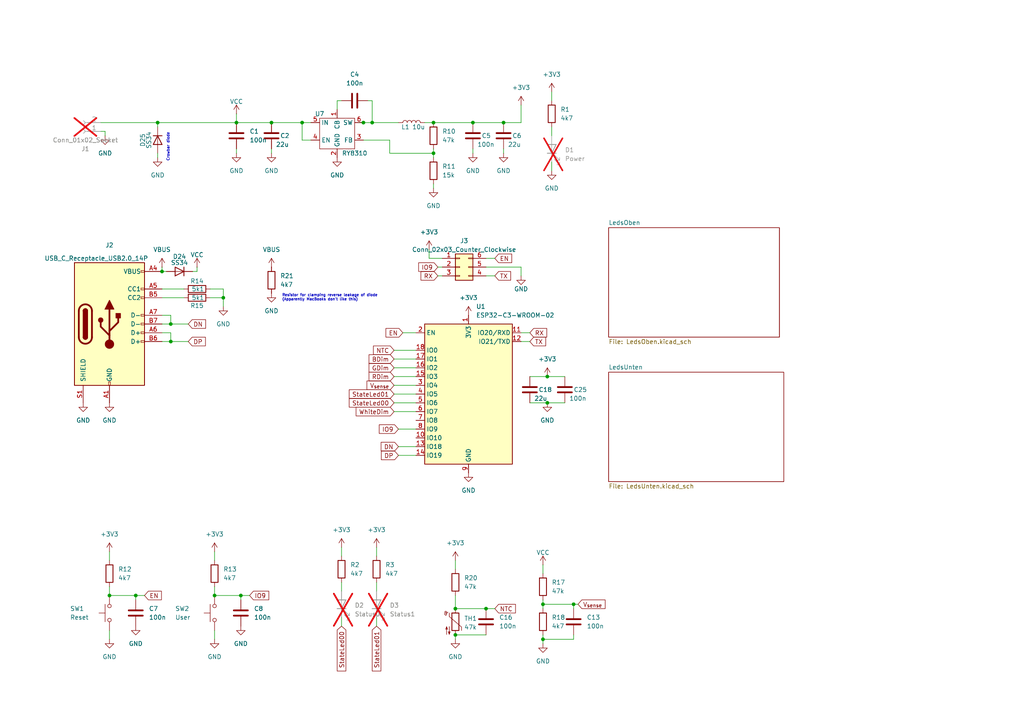
<source format=kicad_sch>
(kicad_sch (version 20231120) (generator "eeschema") (generator_version "8.0")
  (paper "A4")
  (lib_symbols
    (symbol "Connector:Conn_01x02_Socket" (pin_names (offset 1.016) hide)
      (property "Reference" "J" (at 0 2.54 0))
      (property "Value" "Conn_01x02_Socket" (at 0 -5.08 0))
      (symbol "Conn_01x02_Socket_1_1"
        (arc (start 0 -2.032) (mid -0.5058 -2.54) (end 0 -3.048) (stroke (width 0.1524)))
        (polyline (pts (xy -1.27 -2.54) (xy -0.508 -2.54)) (stroke (width 0.1524)))
        (polyline (pts (xy -1.27 0) (xy -0.508 0)) (stroke (width 0.1524)))
        (arc (start 0 0.508) (mid -0.5058 0) (end 0 -0.508) (stroke (width 0.1524)))
        (pin passive line (at -5.08 0 0) (length 3.81) (name "Pin_1") (number "1"))
        (pin passive line (at -5.08 -2.54 0) (length 3.81) (name "Pin_2") (number "2"))
      )
    )
    (symbol "Connector:USB_C_Receptacle_USB2.0_14P" (pin_names (offset 1.016))
      (property "Reference" "J" (at 0 22.225 0))
      (property "Value" "USB_C_Receptacle_USB2.0_14P" (at 0 19.685 0))
      (symbol "USB_C_Receptacle_USB2.0_14P_0_0"
        (rectangle (start -0.254 -17.78) (end 0.254 -16.764))
        (rectangle (start 10.16 -4.826) (end 9.144 -5.334))
        (rectangle (start 10.16 -2.286) (end 9.144 -2.794))
        (rectangle (start 10.16 0.254) (end 9.144 -0.254))
        (rectangle (start 10.16 2.794) (end 9.144 2.286))
        (rectangle (start 10.16 7.874) (end 9.144 7.366))
        (rectangle (start 10.16 10.414) (end 9.144 9.906))
        (rectangle (start 10.16 15.494) (end 9.144 14.986))
      )
      (symbol "USB_C_Receptacle_USB2.0_14P_0_1"
        (rectangle (start -10.16 17.78) (end 10.16 -17.78) (stroke (width 0.254)) (fill (type background)))
        (arc (start -8.89 -3.81) (mid -6.985 -5.7067) (end -5.08 -3.81) (stroke (width 0.508)))
        (arc (start -7.62 -3.81) (mid -6.985 -4.4423) (end -6.35 -3.81) (stroke (width 0.254)))
        (arc (start -7.62 -3.81) (mid -6.985 -4.4423) (end -6.35 -3.81) (stroke (width 0.254)) (fill (type outline)))
        (rectangle (start -7.62 -3.81) (end -6.35 3.81) (stroke (width 0.254)) (fill (type outline)))
        (arc (start -6.35 3.81) (mid -6.985 4.4423) (end -7.62 3.81) (stroke (width 0.254)))
        (arc (start -6.35 3.81) (mid -6.985 4.4423) (end -7.62 3.81) (stroke (width 0.254)) (fill (type outline)))
        (arc (start -5.08 3.81) (mid -6.985 5.7067) (end -8.89 3.81) (stroke (width 0.508)))
        (circle (center -2.54 1.143) (radius 0.635) (stroke (width 0.254)) (fill (type outline)))
        (circle (center 0 -5.842) (radius 1.27) (fill (type outline)))
        (polyline (pts (xy -8.89 -3.81) (xy -8.89 3.81)) (stroke (width 0.508)))
        (polyline (pts (xy -5.08 3.81) (xy -5.08 -3.81)) (stroke (width 0.508)))
        (polyline (pts (xy 0 -5.842) (xy 0 4.318)) (stroke (width 0.508)))
        (polyline (pts (xy 0 -3.302) (xy -2.54 -0.762) (xy -2.54 0.508)) (stroke (width 0.508)))
        (polyline (pts (xy 0 -2.032) (xy 2.54 0.508) (xy 2.54 1.778)) (stroke (width 0.508)))
        (polyline (pts (xy -1.27 4.318) (xy 0 6.858) (xy 1.27 4.318) (xy -1.27 4.318)) (stroke (width 0.254)) (fill (type outline)))
        (rectangle (start 1.905 1.778) (end 3.175 3.048) (stroke (width 0.254)) (fill (type outline)))
      )
      (symbol "USB_C_Receptacle_USB2.0_14P_1_1"
        (pin passive line (at 0 -22.86 90) (length 5.08) (name "GND") (number "A1"))
        (pin passive line (at 0 -22.86 90) (length 5.08) hide (name "GND") (number "A12"))
        (pin passive line (at 15.24 15.24 180) (length 5.08) (name "VBUS") (number "A4"))
        (pin bidirectional line (at 15.24 10.16 180) (length 5.08) (name "CC1") (number "A5"))
        (pin bidirectional line (at 15.24 -2.54 180) (length 5.08) (name "D+") (number "A6"))
        (pin bidirectional line (at 15.24 2.54 180) (length 5.08) (name "D-") (number "A7"))
        (pin passive line (at 15.24 15.24 180) (length 5.08) hide (name "VBUS") (number "A9"))
        (pin passive line (at 0 -22.86 90) (length 5.08) hide (name "GND") (number "B1"))
        (pin passive line (at 0 -22.86 90) (length 5.08) hide (name "GND") (number "B12"))
        (pin passive line (at 15.24 15.24 180) (length 5.08) hide (name "VBUS") (number "B4"))
        (pin bidirectional line (at 15.24 7.62 180) (length 5.08) (name "CC2") (number "B5"))
        (pin bidirectional line (at 15.24 -5.08 180) (length 5.08) (name "D+") (number "B6"))
        (pin bidirectional line (at 15.24 0 180) (length 5.08) (name "D-") (number "B7"))
        (pin passive line (at 15.24 15.24 180) (length 5.08) hide (name "VBUS") (number "B9"))
        (pin passive line (at -7.62 -22.86 90) (length 5.08) (name "SHIELD") (number "S1"))
      )
    )
    (symbol "Connector_Generic:Conn_02x03_Counter_Clockwise" (pin_names (offset 1.016) hide)
      (property "Reference" "J" (at 1.27 5.08 0))
      (property "Value" "Conn_02x03_Counter_Clockwise" (at 1.27 -5.08 0))
      (symbol "Conn_02x03_Counter_Clockwise_1_1"
        (rectangle (start -1.27 -2.413) (end 0 -2.667) (stroke (width 0.1524)))
        (rectangle (start -1.27 0.127) (end 0 -0.127) (stroke (width 0.1524)))
        (rectangle (start -1.27 2.667) (end 0 2.413) (stroke (width 0.1524)))
        (rectangle (start -1.27 3.81) (end 3.81 -3.81) (stroke (width 0.254)) (fill (type background)))
        (rectangle (start 3.81 -2.413) (end 2.54 -2.667) (stroke (width 0.1524)))
        (rectangle (start 3.81 0.127) (end 2.54 -0.127) (stroke (width 0.1524)))
        (rectangle (start 3.81 2.667) (end 2.54 2.413) (stroke (width 0.1524)))
        (pin passive line (at -5.08 2.54 0) (length 3.81) (name "Pin_1") (number "1"))
        (pin passive line (at -5.08 0 0) (length 3.81) (name "Pin_2") (number "2"))
        (pin passive line (at -5.08 -2.54 0) (length 3.81) (name "Pin_3") (number "3"))
        (pin passive line (at 7.62 -2.54 180) (length 3.81) (name "Pin_4") (number "4"))
        (pin passive line (at 7.62 0 180) (length 3.81) (name "Pin_5") (number "5"))
        (pin passive line (at 7.62 2.54 180) (length 3.81) (name "Pin_6") (number "6"))
      )
    )
    (symbol "Device:C" (pin_numbers hide) (pin_names (offset 0.254))
      (property "Reference" "C" (at 0.635 2.54 0))
      (property "Value" "C" (at 0.635 -2.54 0))
      (symbol "C_0_1"
        (polyline (pts (xy -2.032 -0.762) (xy 2.032 -0.762)) (stroke (width 0.508)))
        (polyline (pts (xy -2.032 0.762) (xy 2.032 0.762)) (stroke (width 0.508)))
      )
      (symbol "C_1_1"
        (pin passive line (at 0 3.81 270) (length 2.794) (name "~") (number "1"))
        (pin passive line (at 0 -3.81 90) (length 2.794) (name "~") (number "2"))
      )
    )
    (symbol "Device:D" (pin_numbers hide) (pin_names (offset 1.016) hide)
      (property "Reference" "D" (at 0 2.54 0))
      (property "Value" "D" (at 0 -2.54 0))
      (symbol "D_0_1"
        (polyline (pts (xy -1.27 1.27) (xy -1.27 -1.27)) (stroke (width 0.254)))
        (polyline (pts (xy 1.27 0) (xy -1.27 0)))
        (polyline (pts (xy 1.27 1.27) (xy 1.27 -1.27) (xy -1.27 0) (xy 1.27 1.27)) (stroke (width 0.254)))
      )
      (symbol "D_1_1"
        (pin passive line (at -3.81 0 0) (length 2.54) (name "K") (number "1"))
        (pin passive line (at 3.81 0 180) (length 2.54) (name "A") (number "2"))
      )
    )
    (symbol "Device:L" (pin_numbers hide) (pin_names (offset 1.016) hide)
      (property "Reference" "L" (at -1.27 0 90))
      (property "Value" "L" (at 1.905 0 90))
      (symbol "L_0_1"
        (arc (start 0 -2.54) (mid 0.6323 -1.905) (end 0 -1.27))
        (arc (start 0 -1.27) (mid 0.6323 -0.635) (end 0 0))
        (arc (start 0 0) (mid 0.6323 0.635) (end 0 1.27))
        (arc (start 0 1.27) (mid 0.6323 1.905) (end 0 2.54))
      )
      (symbol "L_1_1"
        (pin passive line (at 0 3.81 270) (length 1.27) (name "1") (number "1"))
        (pin passive line (at 0 -3.81 90) (length 1.27) (name "2") (number "2"))
      )
    )
    (symbol "Device:LED" (pin_numbers hide) (pin_names (offset 1.016) hide)
      (property "Reference" "D" (at 0 2.54 0))
      (property "Value" "LED" (at 0 -2.54 0))
      (symbol "LED_0_1"
        (polyline (pts (xy -1.27 -1.27) (xy -1.27 1.27)) (stroke (width 0.254)))
        (polyline (pts (xy -1.27 0) (xy 1.27 0)))
        (polyline (pts (xy 1.27 -1.27) (xy 1.27 1.27) (xy -1.27 0) (xy 1.27 -1.27)) (stroke (width 0.254)))
        (polyline (pts (xy -3.048 -0.762) (xy -4.572 -2.286) (xy -3.81 -2.286) (xy -4.572 -2.286) (xy -4.572 -1.524)))
        (polyline (pts (xy -1.778 -0.762) (xy -3.302 -2.286) (xy -2.54 -2.286) (xy -3.302 -2.286) (xy -3.302 -1.524)))
      )
      (symbol "LED_1_1"
        (pin passive line (at -3.81 0 0) (length 2.54) (name "K") (number "1"))
        (pin passive line (at 3.81 0 180) (length 2.54) (name "A") (number "2"))
      )
    )
    (symbol "Device:R" (pin_numbers hide) (pin_names (offset 0))
      (property "Reference" "R" (at 2.032 0 90))
      (property "Value" "R" (at 0 0 90))
      (symbol "R_0_1"
        (rectangle (start -1.016 -2.54) (end 1.016 2.54) (stroke (width 0.254)))
      )
      (symbol "R_1_1"
        (pin passive line (at 0 3.81 270) (length 1.27) (name "~") (number "1"))
        (pin passive line (at 0 -3.81 90) (length 1.27) (name "~") (number "2"))
      )
    )
    (symbol "Device:Thermistor_NTC" (pin_numbers hide) (pin_names (offset 0))
      (property "Reference" "TH" (at -4.445 0 90))
      (property "Value" "Thermistor_NTC" (at 3.175 0 90))
      (symbol "Thermistor_NTC_0_1"
        (arc (start -3.048 2.159) (mid -3.0495 2.3143) (end -3.175 2.413))
        (arc (start -3.048 2.159) (mid -2.9736 1.9794) (end -2.794 1.905))
        (arc (start -3.048 2.794) (mid -2.9736 2.6144) (end -2.794 2.54))
        (arc (start -2.794 1.905) (mid -2.6144 1.9794) (end -2.54 2.159))
        (arc (start -2.794 2.54) (mid -2.4393 2.5587) (end -2.159 2.794))
        (arc (start -2.794 3.048) (mid -2.9736 2.9736) (end -3.048 2.794))
        (arc (start -2.54 2.794) (mid -2.6144 2.9736) (end -2.794 3.048))
        (rectangle (start -1.016 2.54) (end 1.016 -2.54) (stroke (width 0.254)))
        (polyline (pts (xy -2.54 2.159) (xy -2.54 2.794)))
        (polyline (pts (xy -1.778 2.54) (xy -1.778 1.524) (xy 1.778 -1.524) (xy 1.778 -2.54)))
        (polyline (pts (xy -2.54 -3.683) (xy -2.54 -1.397) (xy -2.794 -2.159) (xy -2.286 -2.159) (xy -2.54 -1.397) (xy -2.54 -1.651)) (fill (type outline)))
        (polyline (pts (xy -1.778 -1.397) (xy -1.778 -3.683) (xy -2.032 -2.921) (xy -1.524 -2.921) (xy -1.778 -3.683) (xy -1.778 -3.429)) (fill (type outline)))
      )
      (symbol "Thermistor_NTC_1_1"
        (pin passive line (at 0 3.81 270) (length 1.27) (name "~") (number "1"))
        (pin passive line (at 0 -3.81 90) (length 1.27) (name "~") (number "2"))
      )
    )
    (symbol "Mechanical:MountingHole" (pin_names (offset 1.016)) (exclude_from_sim yes) (in_bom no)
      (property "Reference" "H" (at 0 5.08 0))
      (property "Value" "MountingHole" (at 0 3.175 0))
      (symbol "MountingHole_0_1"
        (circle (center 0 0) (radius 1.27) (stroke (width 1.27)))
      )
    )
    (symbol "RF_Module:ESP32-C3-WROOM-02"
      (property "Reference" "U" (at -12.192 21.336 0))
      (property "Value" "ESP32-C3-WROOM-02" (at 12.192 21.336 0))
      (symbol "ESP32-C3-WROOM-02_1_1"
        (rectangle (start -12.7 20.32) (end 12.7 -20.32) (stroke (width 0.254)) (fill (type background)))
        (pin power_in line (at 0 22.86 270) (length 2.54) (name "3V3") (number "1"))
        (pin bidirectional line (at -15.24 -12.7 0) (length 2.54) (name "IO10") (number "10"))
        (pin bidirectional line (at 15.24 17.78 180) (length 2.54) (name "IO20/RXD") (number "11"))
        (pin bidirectional line (at 15.24 15.24 180) (length 2.54) (name "IO21/TXD") (number "12"))
        (pin bidirectional line (at -15.24 -15.24 0) (length 2.54) (name "IO18") (number "13"))
        (pin bidirectional line (at -15.24 -17.78 0) (length 2.54) (name "IO19") (number "14"))
        (pin bidirectional line (at -15.24 5.08 0) (length 2.54) (name "IO3") (number "15"))
        (pin bidirectional line (at -15.24 7.62 0) (length 2.54) (name "IO2") (number "16"))
        (pin bidirectional line (at -15.24 10.16 0) (length 2.54) (name "IO1") (number "17"))
        (pin bidirectional line (at -15.24 12.7 0) (length 2.54) (name "IO0") (number "18"))
        (pin passive line (at 0 -22.86 90) (length 2.54) hide (name "GND") (number "19"))
        (pin input line (at -15.24 17.78 0) (length 2.54) (name "EN") (number "2"))
        (pin bidirectional line (at -15.24 2.54 0) (length 2.54) (name "IO4") (number "3"))
        (pin bidirectional line (at -15.24 0 0) (length 2.54) (name "IO5") (number "4"))
        (pin bidirectional line (at -15.24 -2.54 0) (length 2.54) (name "IO6") (number "5"))
        (pin bidirectional line (at -15.24 -5.08 0) (length 2.54) (name "IO7") (number "6"))
        (pin bidirectional line (at -15.24 -7.62 0) (length 2.54) (name "IO8") (number "7"))
        (pin bidirectional line (at -15.24 -10.16 0) (length 2.54) (name "IO9") (number "8"))
        (pin power_in line (at 0 -22.86 90) (length 2.54) (name "GND") (number "9"))
      )
    )
    (symbol "Switch:SW_Push" (pin_numbers hide) (pin_names (offset 1.016) hide)
      (property "Reference" "SW" (at 1.27 2.54 0))
      (property "Value" "SW_Push" (at 0 -1.524 0))
      (symbol "SW_Push_0_1"
        (circle (center -2.032 0) (radius 0.508))
        (polyline (pts (xy 0 1.27) (xy 0 3.048)))
        (polyline (pts (xy 2.54 1.27) (xy -2.54 1.27)))
        (circle (center 2.032 0) (radius 0.508))
        (pin passive line (at -5.08 0 0) (length 2.54) (name "1") (number "1"))
        (pin passive line (at 5.08 0 180) (length 2.54) (name "2") (number "2"))
      )
    )
    (symbol "Techbeard:RY8310"
      (property "Reference" "IC" (at -5.08 6.35 0))
      (property "Value" "RY8310" (at 5.08 6.35 0))
      (symbol "RY8310_0_1"
        (rectangle (start -5.08 5.08) (end 5.08 -3.81))
      )
      (symbol "RY8310_1_1"
        (pin input line (at 0 7.62 270) (length 2.54) (name "CB") (number "1"))
        (pin input line (at 0 -6.35 90) (length 2.54) (name "GND") (number "2"))
        (pin input line (at 7.62 -1.27 180) (length 2.54) (name "FB") (number "3"))
        (pin input line (at -7.62 -1.27 0) (length 2.54) (name "EN") (number "4"))
        (pin input line (at -7.62 3.81 0) (length 2.54) (name "IN") (number "5"))
        (pin input line (at 7.62 3.81 180) (length 2.54) (name "SW") (number "6"))
      )
    )
    (symbol "VCC_1" (power) (pin_numbers hide) (pin_names (offset 0) hide)
      (property "Value" "VCC" (at 0 3.556 0))
      (symbol "VCC_1_0_1"
        (polyline (pts (xy -0.762 1.27) (xy 0 2.54)))
        (polyline (pts (xy 0 0) (xy 0 2.54)))
        (polyline (pts (xy 0 2.54) (xy 0.762 1.27)))
      )
      (symbol "VCC_1_1_1"
        (pin power_in line (at 0 0 90) (length 0) (name "~") (number "1"))
      )
    )
    (symbol "power:+3.3V" (power) (pin_names (offset 0))
      (property "Value" "+3.3V" (at 0 3.556 0))
      (symbol "+3.3V_0_1"
        (polyline (pts (xy -0.762 1.27) (xy 0 2.54)))
        (polyline (pts (xy 0 0) (xy 0 2.54)))
        (polyline (pts (xy 0 2.54) (xy 0.762 1.27)))
      )
      (symbol "+3.3V_1_1"
        (pin power_in line (at 0 0 90) (length 0) hide (name "+3V3") (number "1"))
      )
    )
    (symbol "power:+3V3" (power) (pin_names (offset 0))
      (property "Value" "+3V3" (at 0 3.556 0))
      (symbol "+3V3_0_1"
        (polyline (pts (xy -0.762 1.27) (xy 0 2.54)))
        (polyline (pts (xy 0 0) (xy 0 2.54)))
        (polyline (pts (xy 0 2.54) (xy 0.762 1.27)))
      )
      (symbol "+3V3_1_1"
        (pin power_in line (at 0 0 90) (length 0) hide (name "+3V3") (number "1"))
      )
    )
    (symbol "power:GND" (power) (pin_names (offset 0))
      (property "Value" "GND" (at 0 -3.81 0))
      (symbol "GND_0_1"
        (polyline (pts (xy 0 0) (xy 0 -1.27) (xy 1.27 -1.27) (xy 0 -2.54) (xy -1.27 -1.27) (xy 0 -1.27)))
      )
      (symbol "GND_1_1"
        (pin power_in line (at 0 0 270) (length 0) hide (name "GND") (number "1"))
      )
    )
    (symbol "power:VBUS" (power) (pin_numbers hide) (pin_names (offset 0) hide)
      (property "Value" "VBUS" (at 0 3.556 0))
      (symbol "VBUS_0_1"
        (polyline (pts (xy -0.762 1.27) (xy 0 2.54)))
        (polyline (pts (xy 0 0) (xy 0 2.54)))
        (polyline (pts (xy 0 2.54) (xy 0.762 1.27)))
      )
      (symbol "VBUS_1_1"
        (pin power_in line (at 0 0 90) (length 0) (name "~") (number "1"))
      )
    )
  )
  (junction (at 158.75 116.84))
  (junction (at 39.37 172.72))
  (junction (at 125.73 35.56))
  (junction (at 69.85 172.72))
  (junction (at 78.74 35.56))
  (junction (at 46.99 78.74))
  (junction (at 166.37 175.26))
  (junction (at 132.08 184.15))
  (junction (at 49.53 99.06))
  (junction (at 31.75 172.72))
  (junction (at 64.77 86.36))
  (junction (at 87.63 35.56))
  (junction (at 105.41 35.56))
  (junction (at 49.53 93.98))
  (junction (at 125.73 44.45))
  (junction (at 158.75 109.22))
  (junction (at 140.97 176.53))
  (junction (at 157.48 185.42))
  (junction (at 146.05 35.56))
  (junction (at 132.08 176.53))
  (junction (at 62.23 172.72))
  (junction (at 68.58 35.56))
  (junction (at 157.48 175.26))
  (junction (at 45.72 35.56))
  (junction (at 107.95 35.56))
  (junction (at 137.16 35.56))
  (wire (pts (xy 166.37 175.26) (xy 166.37 176.53)))
  (wire (pts (xy 107.95 35.56) (xy 115.57 35.56)))
  (wire (pts (xy 158.75 116.84) (xy 163.83 116.84)))
  (wire (pts (xy 62.23 160.02) (xy 62.23 162.56)))
  (wire (pts (xy 99.06 179.07) (xy 99.06 181.61)))
  (wire (pts (xy 49.53 99.06) (xy 54.61 99.06)))
  (wire (pts (xy 132.08 172.72) (xy 132.08 176.53)))
  (wire (pts (xy 151.13 77.47) (xy 151.13 80.01)))
  (wire (pts (xy 69.85 173.99) (xy 69.85 172.72)))
  (wire (pts (xy 68.58 43.18) (xy 68.58 44.45)))
  (wire (pts (xy 64.77 83.82) (xy 64.77 86.36)))
  (wire (pts (xy 64.77 86.36) (xy 64.77 88.9)))
  (wire (pts (xy 60.96 86.36) (xy 64.77 86.36)))
  (wire (pts (xy 99.06 168.91) (xy 99.06 171.45)))
  (wire (pts (xy 146.05 35.56) (xy 151.13 35.56)))
  (wire (pts (xy 166.37 185.42) (xy 166.37 184.15)))
  (wire (pts (xy 146.05 43.18) (xy 146.05 44.45)))
  (wire (pts (xy 31.75 160.02) (xy 31.75 162.56)))
  (wire (pts (xy 151.13 30.48) (xy 151.13 35.56)))
  (wire (pts (xy 115.57 124.46) (xy 120.65 124.46)))
  (wire (pts (xy 140.97 77.47) (xy 151.13 77.47)))
  (wire (pts (xy 46.99 77.47) (xy 46.99 78.74)))
  (wire (pts (xy 114.3 101.6) (xy 120.65 101.6)))
  (wire (pts (xy 115.57 129.54) (xy 120.65 129.54)))
  (wire (pts (xy 160.02 26.67) (xy 160.02 29.21)))
  (wire (pts (xy 158.75 109.22) (xy 153.67 109.22)))
  (wire (pts (xy 166.37 175.26) (xy 167.64 175.26)))
  (wire (pts (xy 99.06 158.75) (xy 99.06 161.29)))
  (wire (pts (xy 46.99 93.98) (xy 49.53 93.98)))
  (wire (pts (xy 39.37 172.72) (xy 41.91 172.72)))
  (wire (pts (xy 114.3 111.76) (xy 120.65 111.76)))
  (wire (pts (xy 109.22 158.75) (xy 109.22 161.29)))
  (wire (pts (xy 157.48 185.42) (xy 166.37 185.42)))
  (wire (pts (xy 114.3 119.38) (xy 120.65 119.38)))
  (wire (pts (xy 151.13 96.52) (xy 153.67 96.52)))
  (wire (pts (xy 127 77.47) (xy 128.27 77.47)))
  (wire (pts (xy 49.53 93.98) (xy 54.61 93.98)))
  (wire (pts (xy 128.27 74.93) (xy 124.46 74.93)))
  (wire (pts (xy 31.75 182.88) (xy 31.75 185.42)))
  (wire (pts (xy 140.97 74.93) (xy 143.51 74.93)))
  (wire (pts (xy 113.03 40.64) (xy 113.03 44.45)))
  (wire (pts (xy 62.23 170.18) (xy 62.23 172.72)))
  (wire (pts (xy 46.99 83.82) (xy 53.34 83.82)))
  (wire (pts (xy 114.3 109.22) (xy 120.65 109.22)))
  (wire (pts (xy 137.16 43.18) (xy 137.16 44.45)))
  (wire (pts (xy 123.19 35.56) (xy 125.73 35.56)))
  (wire (pts (xy 97.79 29.21) (xy 97.79 31.75)))
  (wire (pts (xy 29.21 38.1) (xy 30.48 38.1)))
  (wire (pts (xy 105.41 35.56) (xy 107.95 35.56)))
  (wire (pts (xy 113.03 44.45) (xy 125.73 44.45)))
  (wire (pts (xy 140.97 176.53) (xy 143.51 176.53)))
  (wire (pts (xy 90.17 40.64) (xy 87.63 40.64)))
  (wire (pts (xy 39.37 173.99) (xy 39.37 172.72)))
  (wire (pts (xy 158.75 116.84) (xy 153.67 116.84)))
  (wire (pts (xy 132.08 185.42) (xy 132.08 184.15)))
  (wire (pts (xy 114.3 106.68) (xy 120.65 106.68)))
  (wire (pts (xy 105.41 40.64) (xy 113.03 40.64)))
  (wire (pts (xy 132.08 176.53) (xy 140.97 176.53)))
  (wire (pts (xy 46.99 78.74) (xy 48.26 78.74)))
  (wire (pts (xy 46.99 86.36) (xy 53.34 86.36)))
  (wire (pts (xy 46.99 96.52) (xy 49.53 96.52)))
  (wire (pts (xy 158.75 109.22) (xy 163.83 109.22)))
  (wire (pts (xy 31.75 172.72) (xy 39.37 172.72)))
  (wire (pts (xy 49.53 91.44) (xy 49.53 93.98)))
  (wire (pts (xy 160.02 46.99) (xy 160.02 49.53)))
  (wire (pts (xy 125.73 53.34) (xy 125.73 54.61)))
  (wire (pts (xy 125.73 43.18) (xy 125.73 44.45)))
  (wire (pts (xy 160.02 36.83) (xy 160.02 39.37)))
  (wire (pts (xy 114.3 104.14) (xy 120.65 104.14)))
  (wire (pts (xy 116.84 96.52) (xy 120.65 96.52)))
  (wire (pts (xy 125.73 44.45) (xy 125.73 45.72)))
  (wire (pts (xy 97.79 29.21) (xy 99.06 29.21)))
  (wire (pts (xy 114.3 114.3) (xy 120.65 114.3)))
  (wire (pts (xy 157.48 185.42) (xy 157.48 184.15)))
  (wire (pts (xy 57.15 77.47) (xy 57.15 78.74)))
  (wire (pts (xy 157.48 175.26) (xy 157.48 176.53)))
  (wire (pts (xy 60.96 83.82) (xy 64.77 83.82)))
  (wire (pts (xy 78.74 35.56) (xy 87.63 35.56)))
  (wire (pts (xy 57.15 78.74) (xy 55.88 78.74)))
  (wire (pts (xy 104.14 35.56) (xy 105.41 35.56)))
  (wire (pts (xy 109.22 168.91) (xy 109.22 171.45)))
  (wire (pts (xy 137.16 35.56) (xy 146.05 35.56)))
  (wire (pts (xy 132.08 184.15) (xy 140.97 184.15)))
  (wire (pts (xy 87.63 35.56) (xy 90.17 35.56)))
  (wire (pts (xy 49.53 99.06) (xy 46.99 99.06)))
  (wire (pts (xy 157.48 185.42) (xy 157.48 186.69)))
  (wire (pts (xy 157.48 173.99) (xy 157.48 175.26)))
  (wire (pts (xy 49.53 96.52) (xy 49.53 99.06)))
  (wire (pts (xy 140.97 80.01) (xy 143.51 80.01)))
  (wire (pts (xy 62.23 182.88) (xy 62.23 185.42)))
  (wire (pts (xy 125.73 35.56) (xy 137.16 35.56)))
  (wire (pts (xy 46.99 91.44) (xy 49.53 91.44)))
  (wire (pts (xy 30.48 38.1) (xy 30.48 39.37)))
  (wire (pts (xy 45.72 35.56) (xy 68.58 35.56)))
  (wire (pts (xy 157.48 163.83) (xy 157.48 166.37)))
  (wire (pts (xy 157.48 175.26) (xy 166.37 175.26)))
  (wire (pts (xy 124.46 74.93) (xy 124.46 72.39)))
  (wire (pts (xy 68.58 33.02) (xy 68.58 35.56)))
  (wire (pts (xy 106.68 29.21) (xy 107.95 29.21)))
  (wire (pts (xy 45.72 45.72) (xy 45.72 44.45)))
  (wire (pts (xy 109.22 179.07) (xy 109.22 181.61)))
  (wire (pts (xy 151.13 99.06) (xy 153.67 99.06)))
  (wire (pts (xy 29.21 35.56) (xy 45.72 35.56)))
  (wire (pts (xy 78.74 43.18) (xy 78.74 44.45)))
  (wire (pts (xy 87.63 40.64) (xy 87.63 35.56)))
  (wire (pts (xy 114.3 116.84) (xy 120.65 116.84)))
  (wire (pts (xy 115.57 132.08) (xy 120.65 132.08)))
  (wire (pts (xy 107.95 29.21) (xy 107.95 35.56)))
  (wire (pts (xy 45.72 36.83) (xy 45.72 35.56)))
  (wire (pts (xy 127 80.01) (xy 128.27 80.01)))
  (wire (pts (xy 31.75 170.18) (xy 31.75 172.72)))
  (wire (pts (xy 132.08 162.56) (xy 132.08 165.1)))
  (wire (pts (xy 68.58 35.56) (xy 78.74 35.56)))
  (wire (pts (xy 69.85 172.72) (xy 72.39 172.72)))
  (wire (pts (xy 62.23 172.72) (xy 69.85 172.72)))
  (text "Crowbar diode" (at 48.768 42.672 90) (effects (font (size 0.762 0.762))))
  (text "Resistor for clamping reverse leakage of diode\n(Apparently MacBooks don't like this)" (at 81.788 86.36 0) (effects (font (size 0.762 0.762)) (justify left)))
  (global_label "IO9" (shape input) (at 72.39 172.72 0) (property "Intersheetrefs" "${INTERSHEET_REFS}" (effects (hide yes))))
  (global_label "StateLed01" (shape input) (at 109.22 181.61 270) (property "Intersheetrefs" "${INTERSHEET_REFS}" (effects (hide yes))))
  (global_label "RDim" (shape input) (at 114.3 109.22 180) (property "Intersheetrefs" "${INTERSHEET_REFS}" (effects (hide yes))))
  (global_label "StateLed00" (shape input) (at 114.3 116.84 180) (property "Intersheetrefs" "${INTERSHEET_REFS}" (effects (hide yes))))
  (global_label "EN" (shape input) (at 116.84 96.52 180) (property "Intersheetrefs" "${INTERSHEET_REFS}" (effects (hide yes))))
  (global_label "RX" (shape input) (at 127 80.01 180) (property "Intersheetrefs" "${INTERSHEET_REFS}" (effects (hide yes))))
  (global_label "DN" (shape input) (at 54.61 93.98 0) (property "Intersheetrefs" "${INTERSHEET_REFS}" (effects (hide yes))))
  (global_label "WhiteDim" (shape input) (at 114.3 119.38 180) (property "Intersheetrefs" "${INTERSHEET_REFS}" (effects (hide yes))))
  (global_label "IO9" (shape input) (at 127 77.47 180) (property "Intersheetrefs" "${INTERSHEET_REFS}" (effects (hide yes))))
  (global_label "BDim" (shape input) (at 114.3 104.14 180) (property "Intersheetrefs" "${INTERSHEET_REFS}" (effects (hide yes))))
  (global_label "StateLed00" (shape input) (at 99.06 181.61 270) (property "Intersheetrefs" "${INTERSHEET_REFS}" (effects (hide yes))))
  (global_label "NTC" (shape input) (at 143.51 176.53 0) (property "Intersheetrefs" "${INTERSHEET_REFS}" (effects (hide yes))))
  (global_label "DP" (shape input) (at 115.57 132.08 180) (property "Intersheetrefs" "${INTERSHEET_REFS}" (effects (hide yes))))
  (global_label "EN" (shape input) (at 143.51 74.93 0) (property "Intersheetrefs" "${INTERSHEET_REFS}" (effects (hide yes))))
  (global_label "DP" (shape input) (at 54.61 99.06 0) (property "Intersheetrefs" "${INTERSHEET_REFS}" (effects (hide yes))))
  (global_label "GDim" (shape input) (at 114.3 106.68 180) (property "Intersheetrefs" "${INTERSHEET_REFS}" (effects (hide yes))))
  (global_label "NTC" (shape input) (at 114.3 101.6 180) (property "Intersheetrefs" "${INTERSHEET_REFS}" (effects (hide yes))))
  (global_label "StateLed01" (shape input) (at 114.3 114.3 180) (property "Intersheetrefs" "${INTERSHEET_REFS}" (effects (hide yes))))
  (global_label "DN" (shape input) (at 115.57 129.54 180) (property "Intersheetrefs" "${INTERSHEET_REFS}" (effects (hide yes))))
  (global_label "TX" (shape input) (at 153.67 99.06 0) (property "Intersheetrefs" "${INTERSHEET_REFS}" (effects (hide yes))))
  (global_label "EN" (shape input) (at 41.91 172.72 0) (property "Intersheetrefs" "${INTERSHEET_REFS}" (effects (hide yes))))
  (global_label "RX" (shape input) (at 153.67 96.52 0) (property "Intersheetrefs" "${INTERSHEET_REFS}" (effects (hide yes))))
  (global_label "TX" (shape input) (at 143.51 80.01 0) (property "Intersheetrefs" "${INTERSHEET_REFS}" (effects (hide yes))))
  (global_label "V_{sense}" (shape input) (at 114.3 111.76 180) (property "Intersheetrefs" "${INTERSHEET_REFS}" (effects (hide yes))))
  (global_label "V_{sense}" (shape input) (at 167.64 175.26 0) (property "Intersheetrefs" "${INTERSHEET_REFS}" (effects (hide yes))))
  (global_label "IO9" (shape input) (at 115.57 124.46 180) (property "Intersheetrefs" "${INTERSHEET_REFS}" (effects (hide yes))))
  (symbol (lib_id "power:GND") (at 62.23 185.42 0) (unit 1)
    (property "Reference" "#PWR0160" (effects (hide yes)))
    (property "Value" "GND" (at 62.23 190.5 0))
  )
  (symbol (lib_id "Device:R") (at 78.74 81.28 0) (unit 1)
    (property "Reference" "R21" (at 81.28 80.0099 0) (effects (justify left)))
    (property "Value" "4k7" (at 81.28 82.5499 0) (effects (justify left)))
    (property "Footprint" "Resistor_SMD:R_0402_1005Metric" (effects (hide yes)))
  )
  (symbol (lib_id "Device:C") (at 69.85 177.8 0) (unit 1)
    (property "Reference" "C8" (at 73.66 176.5299 0) (effects (justify left)))
    (property "Value" "100n" (at 73.66 179.0699 0) (effects (justify left)))
    (property "Footprint" "Capacitor_SMD:C_0402_1005Metric" (effects (hide yes)))
  )
  (symbol (lib_id "Device:C") (at 137.16 39.37 0) (unit 1)
    (property "Reference" "C5" (at 139.7 39.37 0) (effects (justify left)))
    (property "Value" "100n" (at 138.43 41.91 0) (effects (justify left)))
    (property "Footprint" "Capacitor_SMD:C_0402_1005Metric" (effects (hide yes)))
  )
  (symbol (lib_id "Device:R") (at 157.48 180.34 0) (unit 1)
    (property "Reference" "R18" (at 160.02 179.0699 0) (effects (justify left)))
    (property "Value" "4k7" (at 160.02 181.6099 0) (effects (justify left)))
    (property "Footprint" "Resistor_SMD:R_0402_1005Metric" (effects (hide yes)))
  )
  (symbol (lib_id "power:GND") (at 69.85 181.61 0) (unit 1)
    (property "Reference" "#PWR0156" (effects (hide yes)))
    (property "Value" "GND" (at 69.85 186.69 0))
  )
  (symbol (lib_id "power:+3.3V") (at 31.75 160.02 0) (unit 1)
    (property "Reference" "#PWR0159" (effects (hide yes)))
    (property "Value" "+3V3" (at 31.75 154.94 0))
  )
  (symbol (lib_id "power:GND") (at 31.75 185.42 0) (unit 1)
    (property "Reference" "#PWR0157" (effects (hide yes)))
    (property "Value" "GND" (at 31.75 190.5 0))
  )
  (symbol (lib_id "Device:C") (at 153.67 113.03 0) (unit 1)
    (property "Reference" "C18" (at 156.21 113.03 0) (effects (justify left)))
    (property "Value" "22u" (at 154.94 115.57 0) (effects (justify left)))
    (property "Footprint" "Capacitor_SMD:C_0805_2012Metric" (effects (hide yes)))
  )
  (symbol (lib_id "Device:R") (at 57.15 86.36 90) (unit 1)
    (property "Reference" "R15" (at 57.15 88.646 90))
    (property "Value" "5k1" (at 57.404 86.36 90))
    (property "Footprint" "Resistor_SMD:R_0402_1005Metric" (effects (hide yes)))
    (property "Description" "Resistor" (effects (hide yes)))
  )
  (symbol (lib_id "power:+3.3V") (at 132.08 162.56 0) (unit 1)
    (property "Reference" "#PWR027" (effects (hide yes)))
    (property "Value" "+3V3" (at 132.08 157.48 0))
  )
  (symbol (lib_id "Device:C") (at 166.37 180.34 0) (unit 1)
    (property "Reference" "C13" (at 170.18 179.0699 0) (effects (justify left)))
    (property "Value" "100n" (at 170.18 181.6099 0) (effects (justify left)))
    (property "Footprint" "Capacitor_SMD:C_0402_1005Metric" (effects (hide yes)))
  )
  (symbol (lib_id "power:+3.3V") (at 135.89 91.44 0) (unit 1)
    (property "Reference" "#PWR010" (effects (hide yes)))
    (property "Value" "+3V3" (at 135.89 86.36 0))
  )
  (symbol (lib_id "Device:C") (at 163.83 113.03 0) (unit 1)
    (property "Reference" "C25" (at 166.37 113.03 0) (effects (justify left)))
    (property "Value" "100n" (at 165.1 115.57 0) (effects (justify left)))
    (property "Footprint" "Capacitor_SMD:C_0402_1005Metric" (effects (hide yes)))
  )
  (symbol (lib_id "Device:C") (at 39.37 177.8 0) (unit 1)
    (property "Reference" "C7" (at 43.18 176.5299 0) (effects (justify left)))
    (property "Value" "100n" (at 43.18 179.0699 0) (effects (justify left)))
    (property "Footprint" "Capacitor_SMD:C_0402_1005Metric" (effects (hide yes)))
  )
  (symbol (lib_id "Device:C") (at 78.74 39.37 0) (unit 1)
    (property "Reference" "C2" (at 81.28 39.37 0) (effects (justify left)))
    (property "Value" "22u" (at 80.01 41.91 0) (effects (justify left)))
    (property "Footprint" "Capacitor_SMD:C_0805_2012Metric" (effects (hide yes)))
  )
  (symbol (lib_id "power:+3V3") (at 151.13 30.48 0) (unit 1)
    (property "Reference" "#PWR0130" (effects (hide yes)))
    (property "Value" "+3V3" (at 151.13 25.4 0))
  )
  (symbol (lib_id "power:GND") (at 78.74 85.09 0) (unit 1)
    (property "Reference" "#PWR030" (effects (hide yes)))
    (property "Value" "GND" (at 78.74 90.17 0))
  )
  (symbol (lib_id "Device:C") (at 140.97 180.34 0) (unit 1)
    (property "Reference" "C16" (at 144.78 179.0699 0) (effects (justify left)))
    (property "Value" "100n" (at 144.78 181.6099 0) (effects (justify left)))
    (property "Footprint" "Capacitor_SMD:C_0402_1005Metric" (effects (hide yes)))
  )
  (symbol (lib_id "Device:R") (at 157.48 170.18 0) (unit 1)
    (property "Reference" "R17" (at 160.02 168.9099 0) (effects (justify left)))
    (property "Value" "47k" (at 160.02 171.4499 0) (effects (justify left)))
    (property "Footprint" "Resistor_SMD:R_0402_1005Metric" (effects (hide yes)))
  )
  (symbol (lib_id "Connector:USB_C_Receptacle_USB2.0_14P") (at 31.75 93.98 0) (unit 1)
    (property "Reference" "J2" (at 31.75 71.12 0))
    (property "Value" "USB_C_Receptacle_USB2.0_14P" (at 27.94 74.93 0))
    (property "Footprint" "LCSC:USB-C_SMD-TYPE-C-31-M-12" (effects (hide yes)))
    (property "Datasheet" "https://www.usb.org/sites/default/files/documents/usb_type-c.zip" (effects (hide yes)))
    (property "Description" "USB 2.0-only 14P Type-C Receptacle connector" (effects (hide yes)))
  )
  (symbol (lib_id "Device:C") (at 146.05 39.37 0) (unit 1)
    (property "Reference" "C6" (at 148.59 39.37 0) (effects (justify left)))
    (property "Value" "22u" (at 147.32 41.91 0) (effects (justify left)))
    (property "Footprint" "Capacitor_SMD:C_0805_2012Metric" (effects (hide yes)))
  )
  (symbol (lib_id "power:GND") (at 157.48 186.69 0) (unit 1)
    (property "Reference" "#PWR020" (effects (hide yes)))
    (property "Value" "GND" (at 157.48 191.77 0))
  )
  (symbol (lib_id "Device:R") (at 31.75 166.37 0) (unit 1)
    (property "Reference" "R12" (at 34.29 165.0999 0) (effects (justify left)))
    (property "Value" "4k7" (at 34.29 167.6399 0) (effects (justify left)))
    (property "Footprint" "Resistor_SMD:R_0402_1005Metric" (effects (hide yes)))
  )
  (symbol (lib_id "power:GND") (at 137.16 44.45 0) (unit 1)
    (property "Reference" "#PWR0129" (effects (hide yes)))
    (property "Value" "GND" (at 137.16 49.53 0))
  )
  (symbol (lib_id "power:+3.3V") (at 109.22 158.75 0) (unit 1)
    (property "Reference" "#PWR0120" (effects (hide yes)))
    (property "Value" "+3V3" (at 109.22 153.67 0))
  )
  (symbol (lib_id "Device:C") (at 102.87 29.21 90) (unit 1)
    (property "Reference" "C4" (at 102.87 21.59 90))
    (property "Value" "100n" (at 102.87 24.13 90))
    (property "Footprint" "Capacitor_SMD:C_0402_1005Metric" (effects (hide yes)))
  )
  (symbol (lib_id "power:GND") (at 146.05 44.45 0) (unit 1)
    (property "Reference" "#PWR0125" (effects (hide yes)))
    (property "Value" "GND" (at 146.05 49.53 0))
  )
  (symbol (lib_id "power:GND") (at 160.02 49.53 0) (unit 1)
    (property "Reference" "#PWR0124" (effects (hide yes)))
    (property "Value" "GND" (at 160.02 54.61 0))
  )
  (symbol (lib_id "power:GND") (at 24.13 116.84 0) (unit 1)
    (property "Reference" "#PWR012" (effects (hide yes)))
    (property "Value" "GND" (at 24.13 121.92 0))
  )
  (symbol (lib_id "power:GND") (at 78.74 44.45 0) (unit 1)
    (property "Reference" "#PWR0119" (effects (hide yes)))
    (property "Value" "GND" (at 78.74 49.53 0))
  )
  (symbol (lib_id "power:GND") (at 31.75 116.84 0) (unit 1)
    (property "Reference" "#PWR013" (effects (hide yes)))
    (property "Value" "GND" (at 31.75 121.92 0))
  )
  (symbol (lib_id "Device:C") (at 68.58 39.37 0) (unit 1)
    (property "Reference" "C1" (at 72.39 38.0999 0) (effects (justify left)))
    (property "Value" "100n" (at 72.39 40.6399 0) (effects (justify left)))
    (property "Footprint" "Capacitor_SMD:C_0402_1005Metric" (effects (hide yes)))
  )
  (symbol (lib_id "power:VBUS") (at 46.99 77.47 0) (unit 1)
    (property "Reference" "#PWR028" (effects (hide yes)))
    (property "Value" "VBUS" (at 46.99 72.39 0))
    (property "Description" "Power symbol creates a global label with name \"VBUS\"" (effects (hide yes)))
  )
  (symbol (lib_id "Mechanical:MountingHole") (at 276.86 267.97 0) (unit 1) (exclude_from_sim yes) (in_bom no)
    (property "Reference" "H1" (at 279.4 266.6999 0) (effects (justify left)))
    (property "Value" "MountingHole" (at 279.4 269.2399 0) (effects (justify left)))
    (property "Footprint" "MountingHole:MountingHole_3.2mm_M3" (effects (hide yes)))
    (property "Description" "Mounting Hole without connection" (effects (hide yes)))
  )
  (symbol (lib_id "Device:R") (at 125.73 49.53 180) (unit 1)
    (property "Reference" "R11" (at 128.27 48.2599 0) (effects (justify right)))
    (property "Value" "15k" (at 128.27 50.7999 0) (effects (justify right)))
    (property "Footprint" "Resistor_SMD:R_0402_1005Metric" (effects (hide yes)))
  )
  (symbol (lib_id "Device:LED") (at 109.22 175.26 90) (unit 1) (in_bom no) (dnp yes)
    (property "Reference" "D3" (at 113.03 175.5774 90) (effects (justify right)))
    (property "Value" "Status1" (at 113.03 178.1174 90) (effects (justify right)))
    (property "Footprint" "LED_SMD:LED_0805_2012Metric" (effects (hide yes)))
  )
  (symbol (lib_id "power:+3.3V") (at 62.23 160.02 0) (unit 1)
    (property "Reference" "#PWR0161" (effects (hide yes)))
    (property "Value" "+3V3" (at 62.23 154.94 0))
  )
  (symbol (lib_id "Switch:SW_Push") (at 31.75 177.8 90) (unit 1)
    (property "Reference" "SW1" (at 20.32 176.53 90) (effects (justify right)))
    (property "Value" "Reset" (at 20.32 179.07 90) (effects (justify right)))
    (property "Footprint" "Button_Switch_SMD:SW_SPST_TL3342" (effects (hide yes)))
  )
  (symbol (lib_id "power:GND") (at 97.79 45.72 0) (unit 1)
    (property "Reference" "#PWR0127" (effects (hide yes)))
    (property "Value" "GND" (at 97.79 50.8 0))
  )
  (symbol (lib_id "power:GND") (at 30.48 39.37 0) (unit 1)
    (property "Reference" "#PWR019" (effects (hide yes)))
    (property "Value" "GND" (at 30.48 44.45 0))
  )
  (symbol (lib_id "power:GND") (at 125.73 54.61 0) (unit 1)
    (property "Reference" "#PWR0131" (effects (hide yes)))
    (property "Value" "GND" (at 125.73 59.69 0))
  )
  (symbol (lib_id "power:GND") (at 158.75 116.84 0) (unit 1)
    (property "Reference" "#PWR032" (effects (hide yes)))
    (property "Value" "GND" (at 158.75 121.92 0))
  )
  (symbol (lib_id "Switch:SW_Push") (at 62.23 177.8 90) (unit 1)
    (property "Reference" "SW2" (at 50.8 176.53 90) (effects (justify right)))
    (property "Value" "User" (at 50.8 179.07 90) (effects (justify right)))
    (property "Footprint" "Button_Switch_SMD:SW_SPST_TL3342" (effects (hide yes)))
  )
  (symbol (lib_name "VCC_1") (lib_id "power:VCC") (at 157.48 163.83 0) (unit 1)
    (property "Reference" "#PWR018" (effects (hide yes)))
    (property "Value" "VCC" (at 157.48 160.274 0))
    (property "Description" "Power symbol creates a global label with name \"VCC\"" (effects (hide yes)))
  )
  (symbol (lib_id "Device:Thermistor_NTC") (at 132.08 180.34 0) (unit 1)
    (property "Reference" "TH1" (at 134.62 179.3874 0) (effects (justify left)))
    (property "Value" "47k" (at 134.62 181.9274 0) (effects (justify left)))
    (property "Footprint" "Resistor_SMD:R_0402_1005Metric" (effects (hide yes)))
    (property "Description" "Temperature dependent resistor, negative temperature coefficient" (effects (hide yes)))
  )
  (symbol (lib_id "Device:R") (at 125.73 39.37 180) (unit 1)
    (property "Reference" "R10" (at 128.27 38.0999 0) (effects (justify right)))
    (property "Value" "47k" (at 128.27 40.6399 0) (effects (justify right)))
    (property "Footprint" "Resistor_SMD:R_0402_1005Metric" (effects (hide yes)))
  )
  (symbol (lib_id "power:GND") (at 151.13 80.01 0) (unit 1)
    (property "Reference" "#PWR0163" (effects (hide yes)))
    (property "Value" "GND" (at 151.13 83.82 0))
  )
  (symbol (lib_id "Device:LED") (at 99.06 175.26 90) (unit 1) (in_bom no) (dnp yes)
    (property "Reference" "D2" (at 102.87 175.5774 90) (effects (justify right)))
    (property "Value" "Status0" (at 102.87 178.1174 90) (effects (justify right)))
    (property "Footprint" "LED_SMD:LED_0805_2012Metric" (effects (hide yes)))
  )
  (symbol (lib_id "Techbeard:RY8310") (at 97.79 39.37 0) (unit 1)
    (property "Reference" "U7" (at 92.71 33.02 0))
    (property "Value" "RY8310" (at 102.87 44.45 0))
    (property "Footprint" "Package_TO_SOT_SMD:SOT-23-6" (effects (hide yes)))
    (property "Datasheet" "https://datasheet.lcsc.com/lcsc/2202151030_RYCHIP-Semiconductor-Inc--RY8310_C370876.pdf" (effects (hide yes)))
  )
  (symbol (lib_id "Device:R") (at 109.22 165.1 0) (unit 1)
    (property "Reference" "R3" (at 111.76 163.8299 0) (effects (justify left)))
    (property "Value" "4k7" (at 111.76 166.3699 0) (effects (justify left)))
    (property "Footprint" "Resistor_SMD:R_0402_1005Metric" (effects (hide yes)))
  )
  (symbol (lib_id "power:+3V3") (at 124.46 72.39 0) (unit 1)
    (property "Reference" "#PWR0164" (effects (hide yes)))
    (property "Value" "+3V3" (at 124.46 67.31 0))
  )
  (symbol (lib_id "Device:D") (at 52.07 78.74 180) (unit 1)
    (property "Reference" "D24" (at 52.07 74.422 0))
    (property "Value" "SS34" (at 52.07 76.2 0))
    (property "Footprint" "Diode_SMD:D_SMA" (effects (hide yes)))
    (property "Description" "Diode" (effects (hide yes)))
    (property "Sim.Device" "D" (effects (hide yes)))
    (property "Sim.Pins" "1=K 2=A" (effects (hide yes)))
  )
  (symbol (lib_id "Device:R") (at 160.02 33.02 0) (unit 1)
    (property "Reference" "R1" (at 162.56 31.7499 0) (effects (justify left)))
    (property "Value" "4k7" (at 162.56 34.2899 0) (effects (justify left)))
    (property "Footprint" "Resistor_SMD:R_0402_1005Metric" (effects (hide yes)))
  )
  (symbol (lib_id "Device:R") (at 57.15 83.82 90) (unit 1)
    (property "Reference" "R14" (at 57.15 81.534 90))
    (property "Value" "5k1" (at 57.404 83.82 90))
    (property "Footprint" "Resistor_SMD:R_0402_1005Metric" (effects (hide yes)))
    (property "Description" "Resistor" (effects (hide yes)))
  )
  (symbol (lib_id "power:+3.3V") (at 158.75 109.22 0) (unit 1)
    (property "Reference" "#PWR031" (effects (hide yes)))
    (property "Value" "+3V3" (at 158.75 104.14 0))
  )
  (symbol (lib_id "power:+3.3V") (at 160.02 26.67 0) (unit 1)
    (property "Reference" "#PWR016" (effects (hide yes)))
    (property "Value" "+3V3" (at 160.02 21.59 0))
  )
  (symbol (lib_id "power:GND") (at 39.37 181.61 0) (unit 1)
    (property "Reference" "#PWR0158" (effects (hide yes)))
    (property "Value" "GND" (at 39.37 186.69 0))
  )
  (symbol (lib_id "Device:R") (at 99.06 165.1 0) (unit 1)
    (property "Reference" "R2" (at 101.6 163.8299 0) (effects (justify left)))
    (property "Value" "4k7" (at 101.6 166.3699 0) (effects (justify left)))
    (property "Footprint" "Resistor_SMD:R_0402_1005Metric" (effects (hide yes)))
  )
  (symbol (lib_name "VCC_1") (lib_id "power:VCC") (at 68.58 33.02 0) (unit 1)
    (property "Reference" "#PWR09" (effects (hide yes)))
    (property "Value" "VCC" (at 68.58 29.464 0))
    (property "Description" "Power symbol creates a global label with name \"VCC\"" (effects (hide yes)))
  )
  (symbol (lib_name "VCC_1") (lib_id "power:VCC") (at 57.15 77.47 0) (unit 1)
    (property "Reference" "#PWR015" (effects (hide yes)))
    (property "Value" "VCC" (at 57.15 73.914 0))
    (property "Description" "Power symbol creates a global label with name \"VCC\"" (effects (hide yes)))
  )
  (symbol (lib_id "power:GND") (at 132.08 185.42 0) (unit 1)
    (property "Reference" "#PWR026" (effects (hide yes)))
    (property "Value" "GND" (at 132.08 190.5 0))
  )
  (symbol (lib_id "power:GND") (at 45.72 45.72 0) (unit 1)
    (property "Reference" "#PWR017" (effects (hide yes)))
    (property "Value" "GND" (at 45.72 50.8 0))
  )
  (symbol (lib_id "power:GND") (at 64.77 88.9 0) (unit 1)
    (property "Reference" "#PWR014" (effects (hide yes)))
    (property "Value" "GND" (at 64.77 93.98 0))
  )
  (symbol (lib_id "power:+3.3V") (at 99.06 158.75 0) (unit 1)
    (property "Reference" "#PWR0121" (effects (hide yes)))
    (property "Value" "+3V3" (at 99.06 153.67 0))
  )
  (symbol (lib_id "power:GND") (at 135.89 137.16 0) (unit 1)
    (property "Reference" "#PWR011" (effects (hide yes)))
    (property "Value" "GND" (at 135.89 142.24 0))
  )
  (symbol (lib_id "Device:R") (at 62.23 166.37 0) (unit 1)
    (property "Reference" "R13" (at 64.77 165.0999 0) (effects (justify left)))
    (property "Value" "4k7" (at 64.77 167.6399 0) (effects (justify left)))
    (property "Footprint" "Resistor_SMD:R_0402_1005Metric" (effects (hide yes)))
  )
  (symbol (lib_id "Connector_Generic:Conn_02x03_Counter_Clockwise") (at 133.35 77.47 0) (unit 1) (in_bom no)
    (property "Reference" "J3" (at 134.62 69.85 0))
    (property "Value" "Conn_02x03_Counter_Clockwise" (at 134.62 72.39 0))
    (property "Footprint" "Connector:Tag-Connect_TC2030-IDC-NL_2x03_P1.27mm_Vertical" (effects (hide yes)))
  )
  (symbol (lib_id "RF_Module:ESP32-C3-WROOM-02") (at 135.89 114.3 0) (unit 1)
    (property "Reference" "U1" (at 138.0841 88.9 0) (effects (justify left)))
    (property "Value" "ESP32-C3-WROOM-02" (at 138.0841 91.44 0) (effects (justify left)))
    (property "Footprint" "RF_Module:ESP32-C3-WROOM-02" (effects (hide yes)))
    (property "Datasheet" "https://www.espressif.com/sites/default/files/documentation/esp32-c3-wroom-02_datasheet_en.pdf" (effects (hide yes)))
    (property "Description" "802.11 b/g/n Wi­Fi and Bluetooth 5 module, ESP32­C3 SoC, RISC­V microprocessor, On-board antenna" (effects (hide yes)))
  )
  (symbol (lib_id "Device:R") (at 132.08 168.91 0) (unit 1)
    (property "Reference" "R20" (at 134.62 167.6399 0) (effects (justify left)))
    (property "Value" "47k" (at 134.62 170.1799 0) (effects (justify left)))
    (property "Footprint" "Resistor_SMD:R_0402_1005Metric" (effects (hide yes)))
  )
  (symbol (lib_id "power:VBUS") (at 78.74 77.47 0) (unit 1)
    (property "Reference" "#PWR029" (effects (hide yes)))
    (property "Value" "VBUS" (at 78.74 72.39 0))
    (property "Description" "Power symbol creates a global label with name \"VBUS\"" (effects (hide yes)))
  )
  (symbol (lib_id "Mechanical:MountingHole") (at 251.46 267.97 0) (unit 1) (exclude_from_sim yes) (in_bom no)
    (property "Reference" "H2" (at 254 266.6999 0) (effects (justify left)))
    (property "Value" "MountingHole" (at 254 269.2399 0) (effects (justify left)))
    (property "Footprint" "MountingHole:MountingHole_3.2mm_M3" (effects (hide yes)))
    (property "Description" "Mounting Hole without connection" (effects (hide yes)))
  )
  (symbol (lib_id "Device:L") (at 119.38 35.56 90) (unit 1)
    (property "Reference" "L1" (at 117.602 36.83 90))
    (property "Value" "10u" (at 121.412 36.83 90))
    (property "Footprint" "LCSC:IND-SMD_L2.5-W2.0" (effects (hide yes)))
  )
  (symbol (lib_id "Device:D") (at 45.72 40.64 270) (unit 1)
    (property "Reference" "D25" (at 41.402 40.64 0))
    (property "Value" "SS34" (at 43.18 40.64 0))
    (property "Footprint" "Diode_SMD:D_SMA" (effects (hide yes)))
    (property "Description" "Diode" (effects (hide yes)))
    (property "Sim.Device" "D" (effects (hide yes)))
    (property "Sim.Pins" "1=K 2=A" (effects (hide yes)))
  )
  (symbol (lib_id "Device:LED") (at 160.02 43.18 90) (unit 1) (in_bom no) (dnp yes)
    (property "Reference" "D1" (at 163.83 43.4974 90) (effects (justify right)))
    (property "Value" "Power" (at 163.83 46.0374 90) (effects (justify right)))
    (property "Footprint" "LED_SMD:LED_0805_2012Metric" (effects (hide yes)))
  )
  (symbol (lib_id "Connector:Conn_01x02_Socket") (at 24.13 38.1 180) (unit 1) (in_bom no) (dnp yes)
    (property "Reference" "J1" (at 24.765 43.18 0))
    (property "Value" "Conn_01x02_Socket" (at 24.765 40.64 0))
    (property "Footprint" "TerminalBlock_Phoenix:TerminalBlock_Phoenix_PT-1,5-2-5.0-H_1x02_P5.00mm_Horizontal" (effects (hide yes)))
    (property "Description" "Generic connector, single row, 01x02, script generated" (effects (hide yes)))
  )
  (symbol (lib_id "power:GND") (at 68.58 44.45 0) (unit 1)
    (property "Reference" "#PWR0118" (effects (hide yes)))
    (property "Value" "GND" (at 68.58 49.53 0))
  )
  (sheet (at 176.53 66.04) (size 49.53 31.75) (stroke (width 0.1524))
    (property "Sheetname" "LedsOben" (at 176.53 65.3284 0) (effects (justify left bottom)))
    (property "Sheetfile" "LedsOben.kicad_sch" (at 176.53 98.3746 0) (effects (justify left top)))
  )
  (sheet (at 176.53 107.95) (size 50.8 31.75) (stroke (width 0.1524))
    (property "Sheetname" "LedsUnten" (at 176.53 107.2384 0) (effects (justify left bottom)))
    (property "Sheetfile" "LedsUnten.kicad_sch" (at 176.53 140.2846 0) (effects (justify left top)))
  )
)
</source>
